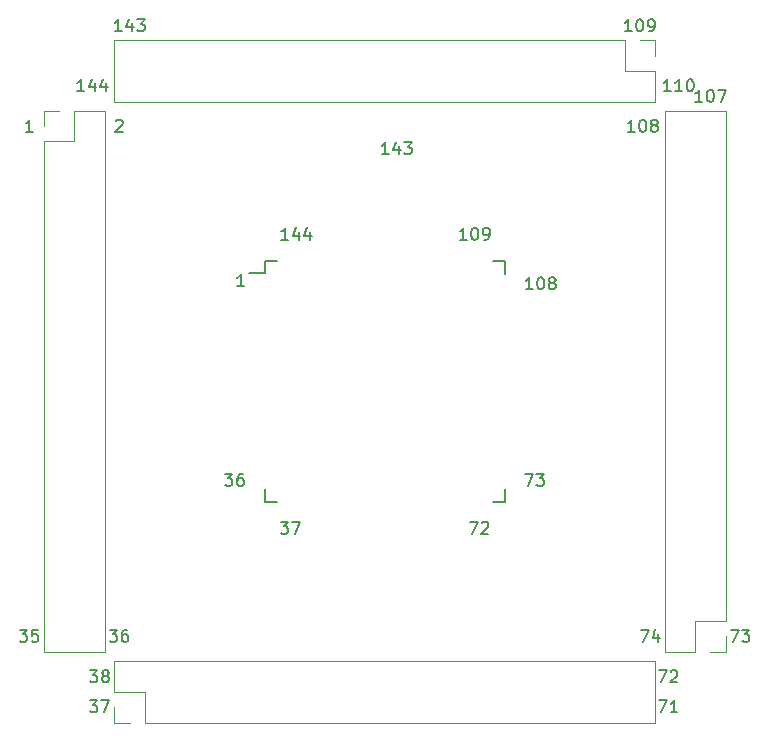
<source format=gto>
G04 #@! TF.GenerationSoftware,KiCad,Pcbnew,(5.0.2)-1*
G04 #@! TF.CreationDate,2019-01-06T22:14:06+08:00*
G04 #@! TF.ProjectId,LQFP Breakout Board,4c514650-2042-4726-9561-6b6f75742042,rev?*
G04 #@! TF.SameCoordinates,Original*
G04 #@! TF.FileFunction,Legend,Top*
G04 #@! TF.FilePolarity,Positive*
%FSLAX46Y46*%
G04 Gerber Fmt 4.6, Leading zero omitted, Abs format (unit mm)*
G04 Created by KiCad (PCBNEW (5.0.2)-1) date 01/06/19 22:14:06*
%MOMM*%
%LPD*%
G01*
G04 APERTURE LIST*
%ADD10C,0.203200*%
%ADD11C,0.120000*%
%ADD12C,0.150000*%
G04 APERTURE END LIST*
D10*
X92794666Y-66372619D02*
X92214095Y-66372619D01*
X92504380Y-66372619D02*
X92504380Y-65356619D01*
X92407619Y-65501761D01*
X92310857Y-65598523D01*
X92214095Y-65646904D01*
X93665523Y-65695285D02*
X93665523Y-66372619D01*
X93423619Y-65308238D02*
X93181714Y-66033952D01*
X93810666Y-66033952D01*
X94100952Y-65356619D02*
X94729904Y-65356619D01*
X94391238Y-65743666D01*
X94536380Y-65743666D01*
X94633142Y-65792047D01*
X94681523Y-65840428D01*
X94729904Y-65937190D01*
X94729904Y-66179095D01*
X94681523Y-66275857D01*
X94633142Y-66324238D01*
X94536380Y-66372619D01*
X94246095Y-66372619D01*
X94149333Y-66324238D01*
X94100952Y-66275857D01*
X67013666Y-61038619D02*
X66433095Y-61038619D01*
X66723380Y-61038619D02*
X66723380Y-60022619D01*
X66626619Y-60167761D01*
X66529857Y-60264523D01*
X66433095Y-60312904D01*
X67884523Y-60361285D02*
X67884523Y-61038619D01*
X67642619Y-59974238D02*
X67400714Y-60699952D01*
X68029666Y-60699952D01*
X68852142Y-60361285D02*
X68852142Y-61038619D01*
X68610238Y-59974238D02*
X68368333Y-60699952D01*
X68997285Y-60699952D01*
X70188666Y-55958619D02*
X69608095Y-55958619D01*
X69898380Y-55958619D02*
X69898380Y-54942619D01*
X69801619Y-55087761D01*
X69704857Y-55184523D01*
X69608095Y-55232904D01*
X71059523Y-55281285D02*
X71059523Y-55958619D01*
X70817619Y-54894238D02*
X70575714Y-55619952D01*
X71204666Y-55619952D01*
X71494952Y-54942619D02*
X72123904Y-54942619D01*
X71785238Y-55329666D01*
X71930380Y-55329666D01*
X72027142Y-55378047D01*
X72075523Y-55426428D01*
X72123904Y-55523190D01*
X72123904Y-55765095D01*
X72075523Y-55861857D01*
X72027142Y-55910238D01*
X71930380Y-55958619D01*
X71640095Y-55958619D01*
X71543333Y-55910238D01*
X71494952Y-55861857D01*
X113368666Y-55958619D02*
X112788095Y-55958619D01*
X113078380Y-55958619D02*
X113078380Y-54942619D01*
X112981619Y-55087761D01*
X112884857Y-55184523D01*
X112788095Y-55232904D01*
X113997619Y-54942619D02*
X114094380Y-54942619D01*
X114191142Y-54991000D01*
X114239523Y-55039380D01*
X114287904Y-55136142D01*
X114336285Y-55329666D01*
X114336285Y-55571571D01*
X114287904Y-55765095D01*
X114239523Y-55861857D01*
X114191142Y-55910238D01*
X114094380Y-55958619D01*
X113997619Y-55958619D01*
X113900857Y-55910238D01*
X113852476Y-55861857D01*
X113804095Y-55765095D01*
X113755714Y-55571571D01*
X113755714Y-55329666D01*
X113804095Y-55136142D01*
X113852476Y-55039380D01*
X113900857Y-54991000D01*
X113997619Y-54942619D01*
X114820095Y-55958619D02*
X115013619Y-55958619D01*
X115110380Y-55910238D01*
X115158761Y-55861857D01*
X115255523Y-55716714D01*
X115303904Y-55523190D01*
X115303904Y-55136142D01*
X115255523Y-55039380D01*
X115207142Y-54991000D01*
X115110380Y-54942619D01*
X114916857Y-54942619D01*
X114820095Y-54991000D01*
X114771714Y-55039380D01*
X114723333Y-55136142D01*
X114723333Y-55378047D01*
X114771714Y-55474809D01*
X114820095Y-55523190D01*
X114916857Y-55571571D01*
X115110380Y-55571571D01*
X115207142Y-55523190D01*
X115255523Y-55474809D01*
X115303904Y-55378047D01*
X116670666Y-61038619D02*
X116090095Y-61038619D01*
X116380380Y-61038619D02*
X116380380Y-60022619D01*
X116283619Y-60167761D01*
X116186857Y-60264523D01*
X116090095Y-60312904D01*
X117638285Y-61038619D02*
X117057714Y-61038619D01*
X117348000Y-61038619D02*
X117348000Y-60022619D01*
X117251238Y-60167761D01*
X117154476Y-60264523D01*
X117057714Y-60312904D01*
X118267238Y-60022619D02*
X118364000Y-60022619D01*
X118460761Y-60071000D01*
X118509142Y-60119380D01*
X118557523Y-60216142D01*
X118605904Y-60409666D01*
X118605904Y-60651571D01*
X118557523Y-60845095D01*
X118509142Y-60941857D01*
X118460761Y-60990238D01*
X118364000Y-61038619D01*
X118267238Y-61038619D01*
X118170476Y-60990238D01*
X118122095Y-60941857D01*
X118073714Y-60845095D01*
X118025333Y-60651571D01*
X118025333Y-60409666D01*
X118073714Y-60216142D01*
X118122095Y-60119380D01*
X118170476Y-60071000D01*
X118267238Y-60022619D01*
X113622666Y-64467619D02*
X113042095Y-64467619D01*
X113332380Y-64467619D02*
X113332380Y-63451619D01*
X113235619Y-63596761D01*
X113138857Y-63693523D01*
X113042095Y-63741904D01*
X114251619Y-63451619D02*
X114348380Y-63451619D01*
X114445142Y-63500000D01*
X114493523Y-63548380D01*
X114541904Y-63645142D01*
X114590285Y-63838666D01*
X114590285Y-64080571D01*
X114541904Y-64274095D01*
X114493523Y-64370857D01*
X114445142Y-64419238D01*
X114348380Y-64467619D01*
X114251619Y-64467619D01*
X114154857Y-64419238D01*
X114106476Y-64370857D01*
X114058095Y-64274095D01*
X114009714Y-64080571D01*
X114009714Y-63838666D01*
X114058095Y-63645142D01*
X114106476Y-63548380D01*
X114154857Y-63500000D01*
X114251619Y-63451619D01*
X115170857Y-63887047D02*
X115074095Y-63838666D01*
X115025714Y-63790285D01*
X114977333Y-63693523D01*
X114977333Y-63645142D01*
X115025714Y-63548380D01*
X115074095Y-63500000D01*
X115170857Y-63451619D01*
X115364380Y-63451619D01*
X115461142Y-63500000D01*
X115509523Y-63548380D01*
X115557904Y-63645142D01*
X115557904Y-63693523D01*
X115509523Y-63790285D01*
X115461142Y-63838666D01*
X115364380Y-63887047D01*
X115170857Y-63887047D01*
X115074095Y-63935428D01*
X115025714Y-63983809D01*
X114977333Y-64080571D01*
X114977333Y-64274095D01*
X115025714Y-64370857D01*
X115074095Y-64419238D01*
X115170857Y-64467619D01*
X115364380Y-64467619D01*
X115461142Y-64419238D01*
X115509523Y-64370857D01*
X115557904Y-64274095D01*
X115557904Y-64080571D01*
X115509523Y-63983809D01*
X115461142Y-63935428D01*
X115364380Y-63887047D01*
X119337666Y-61927619D02*
X118757095Y-61927619D01*
X119047380Y-61927619D02*
X119047380Y-60911619D01*
X118950619Y-61056761D01*
X118853857Y-61153523D01*
X118757095Y-61201904D01*
X119966619Y-60911619D02*
X120063380Y-60911619D01*
X120160142Y-60960000D01*
X120208523Y-61008380D01*
X120256904Y-61105142D01*
X120305285Y-61298666D01*
X120305285Y-61540571D01*
X120256904Y-61734095D01*
X120208523Y-61830857D01*
X120160142Y-61879238D01*
X120063380Y-61927619D01*
X119966619Y-61927619D01*
X119869857Y-61879238D01*
X119821476Y-61830857D01*
X119773095Y-61734095D01*
X119724714Y-61540571D01*
X119724714Y-61298666D01*
X119773095Y-61105142D01*
X119821476Y-61008380D01*
X119869857Y-60960000D01*
X119966619Y-60911619D01*
X120643952Y-60911619D02*
X121321285Y-60911619D01*
X120885857Y-61927619D01*
X114112523Y-106631619D02*
X114789857Y-106631619D01*
X114354428Y-107647619D01*
X115612333Y-106970285D02*
X115612333Y-107647619D01*
X115370428Y-106583238D02*
X115128523Y-107308952D01*
X115757476Y-107308952D01*
X121732523Y-106631619D02*
X122409857Y-106631619D01*
X121974428Y-107647619D01*
X122700142Y-106631619D02*
X123329095Y-106631619D01*
X122990428Y-107018666D01*
X123135571Y-107018666D01*
X123232333Y-107067047D01*
X123280714Y-107115428D01*
X123329095Y-107212190D01*
X123329095Y-107454095D01*
X123280714Y-107550857D01*
X123232333Y-107599238D01*
X123135571Y-107647619D01*
X122845285Y-107647619D01*
X122748523Y-107599238D01*
X122700142Y-107550857D01*
X115636523Y-112600619D02*
X116313857Y-112600619D01*
X115878428Y-113616619D01*
X117233095Y-113616619D02*
X116652523Y-113616619D01*
X116942809Y-113616619D02*
X116942809Y-112600619D01*
X116846047Y-112745761D01*
X116749285Y-112842523D01*
X116652523Y-112890904D01*
X115636523Y-110060619D02*
X116313857Y-110060619D01*
X115878428Y-111076619D01*
X116652523Y-110157380D02*
X116700904Y-110109000D01*
X116797666Y-110060619D01*
X117039571Y-110060619D01*
X117136333Y-110109000D01*
X117184714Y-110157380D01*
X117233095Y-110254142D01*
X117233095Y-110350904D01*
X117184714Y-110496047D01*
X116604142Y-111076619D01*
X117233095Y-111076619D01*
X67503523Y-110060619D02*
X68132476Y-110060619D01*
X67793809Y-110447666D01*
X67938952Y-110447666D01*
X68035714Y-110496047D01*
X68084095Y-110544428D01*
X68132476Y-110641190D01*
X68132476Y-110883095D01*
X68084095Y-110979857D01*
X68035714Y-111028238D01*
X67938952Y-111076619D01*
X67648666Y-111076619D01*
X67551904Y-111028238D01*
X67503523Y-110979857D01*
X68713047Y-110496047D02*
X68616285Y-110447666D01*
X68567904Y-110399285D01*
X68519523Y-110302523D01*
X68519523Y-110254142D01*
X68567904Y-110157380D01*
X68616285Y-110109000D01*
X68713047Y-110060619D01*
X68906571Y-110060619D01*
X69003333Y-110109000D01*
X69051714Y-110157380D01*
X69100095Y-110254142D01*
X69100095Y-110302523D01*
X69051714Y-110399285D01*
X69003333Y-110447666D01*
X68906571Y-110496047D01*
X68713047Y-110496047D01*
X68616285Y-110544428D01*
X68567904Y-110592809D01*
X68519523Y-110689571D01*
X68519523Y-110883095D01*
X68567904Y-110979857D01*
X68616285Y-111028238D01*
X68713047Y-111076619D01*
X68906571Y-111076619D01*
X69003333Y-111028238D01*
X69051714Y-110979857D01*
X69100095Y-110883095D01*
X69100095Y-110689571D01*
X69051714Y-110592809D01*
X69003333Y-110544428D01*
X68906571Y-110496047D01*
X67503523Y-112600619D02*
X68132476Y-112600619D01*
X67793809Y-112987666D01*
X67938952Y-112987666D01*
X68035714Y-113036047D01*
X68084095Y-113084428D01*
X68132476Y-113181190D01*
X68132476Y-113423095D01*
X68084095Y-113519857D01*
X68035714Y-113568238D01*
X67938952Y-113616619D01*
X67648666Y-113616619D01*
X67551904Y-113568238D01*
X67503523Y-113519857D01*
X68471142Y-112600619D02*
X69148476Y-112600619D01*
X68713047Y-113616619D01*
X69154523Y-106631619D02*
X69783476Y-106631619D01*
X69444809Y-107018666D01*
X69589952Y-107018666D01*
X69686714Y-107067047D01*
X69735095Y-107115428D01*
X69783476Y-107212190D01*
X69783476Y-107454095D01*
X69735095Y-107550857D01*
X69686714Y-107599238D01*
X69589952Y-107647619D01*
X69299666Y-107647619D01*
X69202904Y-107599238D01*
X69154523Y-107550857D01*
X70654333Y-106631619D02*
X70460809Y-106631619D01*
X70364047Y-106680000D01*
X70315666Y-106728380D01*
X70218904Y-106873523D01*
X70170523Y-107067047D01*
X70170523Y-107454095D01*
X70218904Y-107550857D01*
X70267285Y-107599238D01*
X70364047Y-107647619D01*
X70557571Y-107647619D01*
X70654333Y-107599238D01*
X70702714Y-107550857D01*
X70751095Y-107454095D01*
X70751095Y-107212190D01*
X70702714Y-107115428D01*
X70654333Y-107067047D01*
X70557571Y-107018666D01*
X70364047Y-107018666D01*
X70267285Y-107067047D01*
X70218904Y-107115428D01*
X70170523Y-107212190D01*
X61534523Y-106631619D02*
X62163476Y-106631619D01*
X61824809Y-107018666D01*
X61969952Y-107018666D01*
X62066714Y-107067047D01*
X62115095Y-107115428D01*
X62163476Y-107212190D01*
X62163476Y-107454095D01*
X62115095Y-107550857D01*
X62066714Y-107599238D01*
X61969952Y-107647619D01*
X61679666Y-107647619D01*
X61582904Y-107599238D01*
X61534523Y-107550857D01*
X63082714Y-106631619D02*
X62598904Y-106631619D01*
X62550523Y-107115428D01*
X62598904Y-107067047D01*
X62695666Y-107018666D01*
X62937571Y-107018666D01*
X63034333Y-107067047D01*
X63082714Y-107115428D01*
X63131095Y-107212190D01*
X63131095Y-107454095D01*
X63082714Y-107550857D01*
X63034333Y-107599238D01*
X62937571Y-107647619D01*
X62695666Y-107647619D01*
X62598904Y-107599238D01*
X62550523Y-107550857D01*
X69686714Y-63548380D02*
X69735095Y-63500000D01*
X69831857Y-63451619D01*
X70073761Y-63451619D01*
X70170523Y-63500000D01*
X70218904Y-63548380D01*
X70267285Y-63645142D01*
X70267285Y-63741904D01*
X70218904Y-63887047D01*
X69638333Y-64467619D01*
X70267285Y-64467619D01*
X62647285Y-64467619D02*
X62066714Y-64467619D01*
X62357000Y-64467619D02*
X62357000Y-63451619D01*
X62260238Y-63596761D01*
X62163476Y-63693523D01*
X62066714Y-63741904D01*
X99398666Y-73611619D02*
X98818095Y-73611619D01*
X99108380Y-73611619D02*
X99108380Y-72595619D01*
X99011619Y-72740761D01*
X98914857Y-72837523D01*
X98818095Y-72885904D01*
X100027619Y-72595619D02*
X100124380Y-72595619D01*
X100221142Y-72644000D01*
X100269523Y-72692380D01*
X100317904Y-72789142D01*
X100366285Y-72982666D01*
X100366285Y-73224571D01*
X100317904Y-73418095D01*
X100269523Y-73514857D01*
X100221142Y-73563238D01*
X100124380Y-73611619D01*
X100027619Y-73611619D01*
X99930857Y-73563238D01*
X99882476Y-73514857D01*
X99834095Y-73418095D01*
X99785714Y-73224571D01*
X99785714Y-72982666D01*
X99834095Y-72789142D01*
X99882476Y-72692380D01*
X99930857Y-72644000D01*
X100027619Y-72595619D01*
X100850095Y-73611619D02*
X101043619Y-73611619D01*
X101140380Y-73563238D01*
X101188761Y-73514857D01*
X101285523Y-73369714D01*
X101333904Y-73176190D01*
X101333904Y-72789142D01*
X101285523Y-72692380D01*
X101237142Y-72644000D01*
X101140380Y-72595619D01*
X100946857Y-72595619D01*
X100850095Y-72644000D01*
X100801714Y-72692380D01*
X100753333Y-72789142D01*
X100753333Y-73031047D01*
X100801714Y-73127809D01*
X100850095Y-73176190D01*
X100946857Y-73224571D01*
X101140380Y-73224571D01*
X101237142Y-73176190D01*
X101285523Y-73127809D01*
X101333904Y-73031047D01*
X104986666Y-77802619D02*
X104406095Y-77802619D01*
X104696380Y-77802619D02*
X104696380Y-76786619D01*
X104599619Y-76931761D01*
X104502857Y-77028523D01*
X104406095Y-77076904D01*
X105615619Y-76786619D02*
X105712380Y-76786619D01*
X105809142Y-76835000D01*
X105857523Y-76883380D01*
X105905904Y-76980142D01*
X105954285Y-77173666D01*
X105954285Y-77415571D01*
X105905904Y-77609095D01*
X105857523Y-77705857D01*
X105809142Y-77754238D01*
X105712380Y-77802619D01*
X105615619Y-77802619D01*
X105518857Y-77754238D01*
X105470476Y-77705857D01*
X105422095Y-77609095D01*
X105373714Y-77415571D01*
X105373714Y-77173666D01*
X105422095Y-76980142D01*
X105470476Y-76883380D01*
X105518857Y-76835000D01*
X105615619Y-76786619D01*
X106534857Y-77222047D02*
X106438095Y-77173666D01*
X106389714Y-77125285D01*
X106341333Y-77028523D01*
X106341333Y-76980142D01*
X106389714Y-76883380D01*
X106438095Y-76835000D01*
X106534857Y-76786619D01*
X106728380Y-76786619D01*
X106825142Y-76835000D01*
X106873523Y-76883380D01*
X106921904Y-76980142D01*
X106921904Y-77028523D01*
X106873523Y-77125285D01*
X106825142Y-77173666D01*
X106728380Y-77222047D01*
X106534857Y-77222047D01*
X106438095Y-77270428D01*
X106389714Y-77318809D01*
X106341333Y-77415571D01*
X106341333Y-77609095D01*
X106389714Y-77705857D01*
X106438095Y-77754238D01*
X106534857Y-77802619D01*
X106728380Y-77802619D01*
X106825142Y-77754238D01*
X106873523Y-77705857D01*
X106921904Y-77609095D01*
X106921904Y-77415571D01*
X106873523Y-77318809D01*
X106825142Y-77270428D01*
X106728380Y-77222047D01*
X104333523Y-93423619D02*
X105010857Y-93423619D01*
X104575428Y-94439619D01*
X105301142Y-93423619D02*
X105930095Y-93423619D01*
X105591428Y-93810666D01*
X105736571Y-93810666D01*
X105833333Y-93859047D01*
X105881714Y-93907428D01*
X105930095Y-94004190D01*
X105930095Y-94246095D01*
X105881714Y-94342857D01*
X105833333Y-94391238D01*
X105736571Y-94439619D01*
X105446285Y-94439619D01*
X105349523Y-94391238D01*
X105301142Y-94342857D01*
X99634523Y-97487619D02*
X100311857Y-97487619D01*
X99876428Y-98503619D01*
X100650523Y-97584380D02*
X100698904Y-97536000D01*
X100795666Y-97487619D01*
X101037571Y-97487619D01*
X101134333Y-97536000D01*
X101182714Y-97584380D01*
X101231095Y-97681142D01*
X101231095Y-97777904D01*
X101182714Y-97923047D01*
X100602142Y-98503619D01*
X101231095Y-98503619D01*
X83632523Y-97487619D02*
X84261476Y-97487619D01*
X83922809Y-97874666D01*
X84067952Y-97874666D01*
X84164714Y-97923047D01*
X84213095Y-97971428D01*
X84261476Y-98068190D01*
X84261476Y-98310095D01*
X84213095Y-98406857D01*
X84164714Y-98455238D01*
X84067952Y-98503619D01*
X83777666Y-98503619D01*
X83680904Y-98455238D01*
X83632523Y-98406857D01*
X84600142Y-97487619D02*
X85277476Y-97487619D01*
X84842047Y-98503619D01*
X78933523Y-93423619D02*
X79562476Y-93423619D01*
X79223809Y-93810666D01*
X79368952Y-93810666D01*
X79465714Y-93859047D01*
X79514095Y-93907428D01*
X79562476Y-94004190D01*
X79562476Y-94246095D01*
X79514095Y-94342857D01*
X79465714Y-94391238D01*
X79368952Y-94439619D01*
X79078666Y-94439619D01*
X78981904Y-94391238D01*
X78933523Y-94342857D01*
X80433333Y-93423619D02*
X80239809Y-93423619D01*
X80143047Y-93472000D01*
X80094666Y-93520380D01*
X79997904Y-93665523D01*
X79949523Y-93859047D01*
X79949523Y-94246095D01*
X79997904Y-94342857D01*
X80046285Y-94391238D01*
X80143047Y-94439619D01*
X80336571Y-94439619D01*
X80433333Y-94391238D01*
X80481714Y-94342857D01*
X80530095Y-94246095D01*
X80530095Y-94004190D01*
X80481714Y-93907428D01*
X80433333Y-93859047D01*
X80336571Y-93810666D01*
X80143047Y-93810666D01*
X80046285Y-93859047D01*
X79997904Y-93907428D01*
X79949523Y-94004190D01*
X84285666Y-73611619D02*
X83705095Y-73611619D01*
X83995380Y-73611619D02*
X83995380Y-72595619D01*
X83898619Y-72740761D01*
X83801857Y-72837523D01*
X83705095Y-72885904D01*
X85156523Y-72934285D02*
X85156523Y-73611619D01*
X84914619Y-72547238D02*
X84672714Y-73272952D01*
X85301666Y-73272952D01*
X86124142Y-72934285D02*
X86124142Y-73611619D01*
X85882238Y-72547238D02*
X85640333Y-73272952D01*
X86269285Y-73272952D01*
X80554285Y-77548619D02*
X79973714Y-77548619D01*
X80264000Y-77548619D02*
X80264000Y-76532619D01*
X80167238Y-76677761D01*
X80070476Y-76774523D01*
X79973714Y-76822904D01*
D11*
G04 #@! TO.C,J1*
X63567000Y-62678000D02*
X64897000Y-62678000D01*
X63567000Y-64008000D02*
X63567000Y-62678000D01*
X66167000Y-62678000D02*
X68767000Y-62678000D01*
X66167000Y-65278000D02*
X66167000Y-62678000D01*
X63567000Y-65278000D02*
X66167000Y-65278000D01*
X68767000Y-62678000D02*
X68767000Y-108518000D01*
X63567000Y-65278000D02*
X63567000Y-108518000D01*
X63567000Y-108518000D02*
X68767000Y-108518000D01*
G04 #@! TO.C,J2*
X115376000Y-114487000D02*
X115376000Y-109287000D01*
X72136000Y-114487000D02*
X115376000Y-114487000D01*
X69536000Y-109287000D02*
X115376000Y-109287000D01*
X72136000Y-114487000D02*
X72136000Y-111887000D01*
X72136000Y-111887000D02*
X69536000Y-111887000D01*
X69536000Y-111887000D02*
X69536000Y-109287000D01*
X70866000Y-114487000D02*
X69536000Y-114487000D01*
X69536000Y-114487000D02*
X69536000Y-113157000D01*
G04 #@! TO.C,J3*
X121345000Y-108518000D02*
X120015000Y-108518000D01*
X121345000Y-107188000D02*
X121345000Y-108518000D01*
X118745000Y-108518000D02*
X116145000Y-108518000D01*
X118745000Y-105918000D02*
X118745000Y-108518000D01*
X121345000Y-105918000D02*
X118745000Y-105918000D01*
X116145000Y-108518000D02*
X116145000Y-62678000D01*
X121345000Y-105918000D02*
X121345000Y-62678000D01*
X121345000Y-62678000D02*
X116145000Y-62678000D01*
G04 #@! TO.C,J4*
X69536000Y-56709000D02*
X69536000Y-61909000D01*
X112776000Y-56709000D02*
X69536000Y-56709000D01*
X115376000Y-61909000D02*
X69536000Y-61909000D01*
X112776000Y-56709000D02*
X112776000Y-59309000D01*
X112776000Y-59309000D02*
X115376000Y-59309000D01*
X115376000Y-59309000D02*
X115376000Y-61909000D01*
X114046000Y-56709000D02*
X115376000Y-56709000D01*
X115376000Y-56709000D02*
X115376000Y-58039000D01*
D12*
G04 #@! TO.C,U2*
X82281000Y-76398000D02*
X80981000Y-76398000D01*
X102631000Y-75423000D02*
X101581000Y-75423000D01*
X102631000Y-95773000D02*
X101581000Y-95773000D01*
X82281000Y-95773000D02*
X83331000Y-95773000D01*
X82281000Y-75423000D02*
X83331000Y-75423000D01*
X82281000Y-95773000D02*
X82281000Y-94723000D01*
X102631000Y-95773000D02*
X102631000Y-94723000D01*
X102631000Y-75423000D02*
X102631000Y-76473000D01*
X82281000Y-75423000D02*
X82281000Y-76398000D01*
G04 #@! TD*
M02*

</source>
